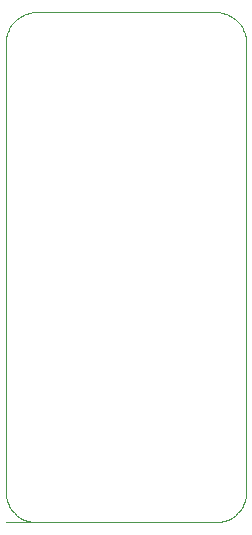
<source format=gbo>
G75*
G70*
%OFA0B0*%
%FSLAX24Y24*%
%IPPOS*%
%LPD*%
%AMOC8*
5,1,8,0,0,1.08239X$1,22.5*
%
%ADD10C,0.0000*%
D10*
X000680Y000264D02*
X001680Y000264D01*
X007680Y000264D01*
X007740Y000266D01*
X007801Y000271D01*
X007860Y000280D01*
X007919Y000293D01*
X007978Y000309D01*
X008035Y000329D01*
X008090Y000352D01*
X008145Y000379D01*
X008197Y000408D01*
X008248Y000441D01*
X008297Y000477D01*
X008343Y000515D01*
X008387Y000557D01*
X008429Y000601D01*
X008467Y000647D01*
X008503Y000696D01*
X008536Y000747D01*
X008565Y000799D01*
X008592Y000854D01*
X008615Y000909D01*
X008635Y000966D01*
X008651Y001025D01*
X008664Y001084D01*
X008673Y001143D01*
X008678Y001204D01*
X008680Y001264D01*
X008680Y016264D01*
X008678Y016324D01*
X008673Y016385D01*
X008664Y016444D01*
X008651Y016503D01*
X008635Y016562D01*
X008615Y016619D01*
X008592Y016674D01*
X008565Y016729D01*
X008536Y016781D01*
X008503Y016832D01*
X008467Y016881D01*
X008429Y016927D01*
X008387Y016971D01*
X008343Y017013D01*
X008297Y017051D01*
X008248Y017087D01*
X008197Y017120D01*
X008145Y017149D01*
X008090Y017176D01*
X008035Y017199D01*
X007978Y017219D01*
X007919Y017235D01*
X007860Y017248D01*
X007801Y017257D01*
X007740Y017262D01*
X007680Y017264D01*
X001680Y017264D01*
X001620Y017262D01*
X001559Y017257D01*
X001500Y017248D01*
X001441Y017235D01*
X001382Y017219D01*
X001325Y017199D01*
X001270Y017176D01*
X001215Y017149D01*
X001163Y017120D01*
X001112Y017087D01*
X001063Y017051D01*
X001017Y017013D01*
X000973Y016971D01*
X000931Y016927D01*
X000893Y016881D01*
X000857Y016832D01*
X000824Y016781D01*
X000795Y016729D01*
X000768Y016674D01*
X000745Y016619D01*
X000725Y016562D01*
X000709Y016503D01*
X000696Y016444D01*
X000687Y016385D01*
X000682Y016324D01*
X000680Y016264D01*
X000680Y001264D01*
X000682Y001204D01*
X000687Y001143D01*
X000696Y001084D01*
X000709Y001025D01*
X000725Y000966D01*
X000745Y000909D01*
X000768Y000854D01*
X000795Y000799D01*
X000824Y000747D01*
X000857Y000696D01*
X000893Y000647D01*
X000931Y000601D01*
X000973Y000557D01*
X001017Y000515D01*
X001063Y000477D01*
X001112Y000441D01*
X001163Y000408D01*
X001215Y000379D01*
X001270Y000352D01*
X001325Y000329D01*
X001382Y000309D01*
X001441Y000293D01*
X001500Y000280D01*
X001559Y000271D01*
X001620Y000266D01*
X001680Y000264D01*
M02*

</source>
